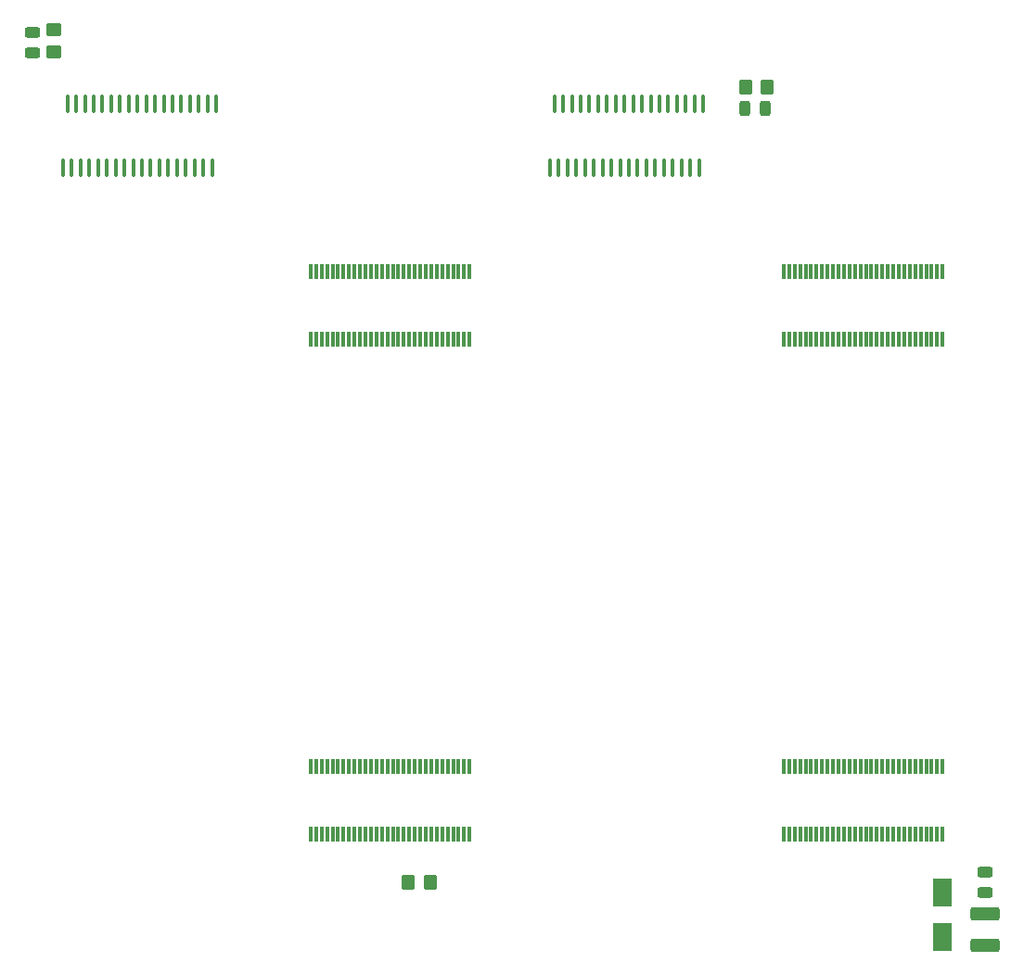
<source format=gbr>
%TF.GenerationSoftware,KiCad,Pcbnew,7.0.5.1-1-g8f565ef7f0-dirty-deb11*%
%TF.CreationDate,2023-07-22T00:16:10+00:00*%
%TF.ProjectId,MPPB01,4d505042-3031-42e6-9b69-6361645f7063,**%
%TF.SameCoordinates,Original*%
%TF.FileFunction,Paste,Bot*%
%TF.FilePolarity,Positive*%
%FSLAX46Y46*%
G04 Gerber Fmt 4.6, Leading zero omitted, Abs format (unit mm)*
G04 Created by KiCad (PCBNEW 7.0.5.1-1-g8f565ef7f0-dirty-deb11) date 2023-07-22 00:16:10*
%MOMM*%
%LPD*%
G01*
G04 APERTURE LIST*
G04 Aperture macros list*
%AMRoundRect*
0 Rectangle with rounded corners*
0 $1 Rounding radius*
0 $2 $3 $4 $5 $6 $7 $8 $9 X,Y pos of 4 corners*
0 Add a 4 corners polygon primitive as box body*
4,1,4,$2,$3,$4,$5,$6,$7,$8,$9,$2,$3,0*
0 Add four circle primitives for the rounded corners*
1,1,$1+$1,$2,$3*
1,1,$1+$1,$4,$5*
1,1,$1+$1,$6,$7*
1,1,$1+$1,$8,$9*
0 Add four rect primitives between the rounded corners*
20,1,$1+$1,$2,$3,$4,$5,0*
20,1,$1+$1,$4,$5,$6,$7,0*
20,1,$1+$1,$6,$7,$8,$9,0*
20,1,$1+$1,$8,$9,$2,$3,0*%
G04 Aperture macros list end*
%ADD10R,0.304800X1.447800*%
%ADD11O,0.350000X1.800000*%
%ADD12RoundRect,0.243750X0.456250X-0.243750X0.456250X0.243750X-0.456250X0.243750X-0.456250X-0.243750X0*%
%ADD13RoundRect,0.250000X-1.075000X0.375000X-1.075000X-0.375000X1.075000X-0.375000X1.075000X0.375000X0*%
%ADD14R,1.800000X2.500000*%
%ADD15RoundRect,0.243750X0.243750X0.456250X-0.243750X0.456250X-0.243750X-0.456250X0.243750X-0.456250X0*%
%ADD16RoundRect,0.243750X-0.456250X0.243750X-0.456250X-0.243750X0.456250X-0.243750X0.456250X0.243750X0*%
%ADD17RoundRect,0.250000X0.350000X0.450000X-0.350000X0.450000X-0.350000X-0.450000X0.350000X-0.450000X0*%
%ADD18RoundRect,0.250000X-0.450000X0.350000X-0.450000X-0.350000X0.450000X-0.350000X0.450000X0.350000X0*%
G04 APERTURE END LIST*
D10*
%TO.C,P1*%
X42179240Y65062100D03*
X42179240Y58889900D03*
X41678840Y65062100D03*
X41678840Y58889900D03*
X41178440Y65062100D03*
X41178440Y58889900D03*
X40678140Y65062100D03*
X40678140Y58889900D03*
X40177740Y65062100D03*
X40177740Y58889900D03*
X39677340Y65062100D03*
X39677340Y58889900D03*
X39176940Y65062100D03*
X39176940Y58889900D03*
X38676540Y65062100D03*
X38676540Y58889900D03*
X38176240Y65062100D03*
X38176240Y58889900D03*
X37675840Y65062100D03*
X37675840Y58889900D03*
X37175440Y65062100D03*
X37175440Y58889900D03*
X36675040Y65062100D03*
X36675040Y58889900D03*
X36174640Y65062100D03*
X36174640Y58889900D03*
X35674340Y65062100D03*
X35674340Y58889900D03*
X35173940Y65062100D03*
X35173940Y58889900D03*
X34673540Y65062100D03*
X34673540Y58889900D03*
X34173140Y65062100D03*
X34173140Y58889900D03*
X33672740Y65062100D03*
X33672740Y58889900D03*
X33172440Y65062100D03*
X33172440Y58889900D03*
X32672040Y65062100D03*
X32672040Y58889900D03*
X32171640Y65062100D03*
X32171640Y58889900D03*
X31671240Y65062100D03*
X31671240Y58889900D03*
X31170840Y65062100D03*
X31170840Y58889900D03*
X30670540Y65062100D03*
X30670540Y58889900D03*
X30170140Y65062100D03*
X30170140Y58889900D03*
X29669740Y65062100D03*
X29669740Y58889900D03*
X29169340Y65062100D03*
X29169340Y58889900D03*
X28668940Y65062100D03*
X28668940Y58889900D03*
X28168640Y65062100D03*
X28168640Y58889900D03*
X27668240Y65062100D03*
X27668240Y58889900D03*
%TD*%
%TO.C,P2*%
X85359240Y65062100D03*
X85359240Y58889900D03*
X84858840Y65062100D03*
X84858840Y58889900D03*
X84358440Y65062100D03*
X84358440Y58889900D03*
X83858140Y65062100D03*
X83858140Y58889900D03*
X83357740Y65062100D03*
X83357740Y58889900D03*
X82857340Y65062100D03*
X82857340Y58889900D03*
X82356940Y65062100D03*
X82356940Y58889900D03*
X81856540Y65062100D03*
X81856540Y58889900D03*
X81356240Y65062100D03*
X81356240Y58889900D03*
X80855840Y65062100D03*
X80855840Y58889900D03*
X80355440Y65062100D03*
X80355440Y58889900D03*
X79855040Y65062100D03*
X79855040Y58889900D03*
X79354640Y65062100D03*
X79354640Y58889900D03*
X78854340Y65062100D03*
X78854340Y58889900D03*
X78353940Y65062100D03*
X78353940Y58889900D03*
X77853540Y65062100D03*
X77853540Y58889900D03*
X77353140Y65062100D03*
X77353140Y58889900D03*
X76852740Y65062100D03*
X76852740Y58889900D03*
X76352440Y65062100D03*
X76352440Y58889900D03*
X75852040Y65062100D03*
X75852040Y58889900D03*
X75351640Y65062100D03*
X75351640Y58889900D03*
X74851240Y65062100D03*
X74851240Y58889900D03*
X74350840Y65062100D03*
X74350840Y58889900D03*
X73850540Y65062100D03*
X73850540Y58889900D03*
X73350140Y65062100D03*
X73350140Y58889900D03*
X72849740Y65062100D03*
X72849740Y58889900D03*
X72349340Y65062100D03*
X72349340Y58889900D03*
X71848940Y65062100D03*
X71848940Y58889900D03*
X71348640Y65062100D03*
X71348640Y58889900D03*
X70848240Y65062100D03*
X70848240Y58889900D03*
%TD*%
%TO.C,P3*%
X42179240Y19850100D03*
X42179240Y13677900D03*
X41678840Y19850100D03*
X41678840Y13677900D03*
X41178440Y19850100D03*
X41178440Y13677900D03*
X40678140Y19850100D03*
X40678140Y13677900D03*
X40177740Y19850100D03*
X40177740Y13677900D03*
X39677340Y19850100D03*
X39677340Y13677900D03*
X39176940Y19850100D03*
X39176940Y13677900D03*
X38676540Y19850100D03*
X38676540Y13677900D03*
X38176240Y19850100D03*
X38176240Y13677900D03*
X37675840Y19850100D03*
X37675840Y13677900D03*
X37175440Y19850100D03*
X37175440Y13677900D03*
X36675040Y19850100D03*
X36675040Y13677900D03*
X36174640Y19850100D03*
X36174640Y13677900D03*
X35674340Y19850100D03*
X35674340Y13677900D03*
X35173940Y19850100D03*
X35173940Y13677900D03*
X34673540Y19850100D03*
X34673540Y13677900D03*
X34173140Y19850100D03*
X34173140Y13677900D03*
X33672740Y19850100D03*
X33672740Y13677900D03*
X33172440Y19850100D03*
X33172440Y13677900D03*
X32672040Y19850100D03*
X32672040Y13677900D03*
X32171640Y19850100D03*
X32171640Y13677900D03*
X31671240Y19850100D03*
X31671240Y13677900D03*
X31170840Y19850100D03*
X31170840Y13677900D03*
X30670540Y19850100D03*
X30670540Y13677900D03*
X30170140Y19850100D03*
X30170140Y13677900D03*
X29669740Y19850100D03*
X29669740Y13677900D03*
X29169340Y19850100D03*
X29169340Y13677900D03*
X28668940Y19850100D03*
X28668940Y13677900D03*
X28168640Y19850100D03*
X28168640Y13677900D03*
X27668240Y19850100D03*
X27668240Y13677900D03*
%TD*%
%TO.C,P4*%
X85359240Y19850100D03*
X85359240Y13677900D03*
X84858840Y19850100D03*
X84858840Y13677900D03*
X84358440Y19850100D03*
X84358440Y13677900D03*
X83858140Y19850100D03*
X83858140Y13677900D03*
X83357740Y19850100D03*
X83357740Y13677900D03*
X82857340Y19850100D03*
X82857340Y13677900D03*
X82356940Y19850100D03*
X82356940Y13677900D03*
X81856540Y19850100D03*
X81856540Y13677900D03*
X81356240Y19850100D03*
X81356240Y13677900D03*
X80855840Y19850100D03*
X80855840Y13677900D03*
X80355440Y19850100D03*
X80355440Y13677900D03*
X79855040Y19850100D03*
X79855040Y13677900D03*
X79354640Y19850100D03*
X79354640Y13677900D03*
X78854340Y19850100D03*
X78854340Y13677900D03*
X78353940Y19850100D03*
X78353940Y13677900D03*
X77853540Y19850100D03*
X77853540Y13677900D03*
X77353140Y19850100D03*
X77353140Y13677900D03*
X76852740Y19850100D03*
X76852740Y13677900D03*
X76352440Y19850100D03*
X76352440Y13677900D03*
X75852040Y19850100D03*
X75852040Y13677900D03*
X75351640Y19850100D03*
X75351640Y13677900D03*
X74851240Y19850100D03*
X74851240Y13677900D03*
X74350840Y19850100D03*
X74350840Y13677900D03*
X73850540Y19850100D03*
X73850540Y13677900D03*
X73350140Y19850100D03*
X73350140Y13677900D03*
X72849740Y19850100D03*
X72849740Y13677900D03*
X72349340Y19850100D03*
X72349340Y13677900D03*
X71848940Y19850100D03*
X71848940Y13677900D03*
X71348640Y19850100D03*
X71348640Y13677900D03*
X70848240Y19850100D03*
X70848240Y13677900D03*
%TD*%
D11*
%TO.C,P5*%
X49915000Y80369995D03*
X50715000Y80369995D03*
X51515000Y80369995D03*
X52315000Y80369995D03*
X53115000Y80369995D03*
X53915000Y80369995D03*
X54715000Y80369995D03*
X55515000Y80369995D03*
X56315000Y80369995D03*
X57115000Y80369995D03*
X57915000Y80369995D03*
X58715000Y80369995D03*
X59515000Y80369995D03*
X60315000Y80369995D03*
X61115000Y80369995D03*
X61915000Y80369995D03*
X62715000Y80369995D03*
X63515000Y80369995D03*
X49515000Y74559995D03*
X50315000Y74559995D03*
X51115000Y74559995D03*
X51915000Y74559995D03*
X52715000Y74559995D03*
X53515000Y74559995D03*
X54315000Y74559995D03*
X55115000Y74559995D03*
X55915000Y74559995D03*
X56715000Y74559995D03*
X57515000Y74559995D03*
X58315000Y74559995D03*
X59115000Y74559995D03*
X59915000Y74559995D03*
X60715000Y74559995D03*
X61515000Y74559995D03*
X62315000Y74559995D03*
X63115000Y74559995D03*
%TD*%
%TO.C,P6*%
X5465000Y80369995D03*
X6265000Y80369995D03*
X7065000Y80369995D03*
X7865000Y80369995D03*
X8665000Y80369995D03*
X9465000Y80369995D03*
X10265000Y80369995D03*
X11065000Y80369995D03*
X11865000Y80369995D03*
X12665000Y80369995D03*
X13465000Y80369995D03*
X14265000Y80369995D03*
X15065000Y80369995D03*
X15865000Y80369995D03*
X16665000Y80369995D03*
X17465000Y80369995D03*
X18265000Y80369995D03*
X19065000Y80369995D03*
X5065000Y74559995D03*
X5865000Y74559995D03*
X6665000Y74559995D03*
X7465000Y74559995D03*
X8265000Y74559995D03*
X9065000Y74559995D03*
X9865000Y74559995D03*
X10665000Y74559995D03*
X11465000Y74559995D03*
X12265000Y74559995D03*
X13065000Y74559995D03*
X13865000Y74559995D03*
X14665000Y74559995D03*
X15465000Y74559995D03*
X16265000Y74559995D03*
X17065000Y74559995D03*
X17865000Y74559995D03*
X18665000Y74559995D03*
%TD*%
D12*
%TO.C,C1*%
X89220000Y8302500D03*
X89220000Y10177500D03*
%TD*%
D13*
%TO.C,C2*%
X89220000Y6340000D03*
X89220000Y3540000D03*
%TD*%
D14*
%TO.C,D1*%
X85320000Y8290000D03*
X85320000Y4290000D03*
%TD*%
D15*
%TO.C,C3*%
X69135000Y79970000D03*
X67260000Y79970000D03*
%TD*%
D16*
%TO.C,C4*%
X2240000Y86910000D03*
X2240000Y85035000D03*
%TD*%
D17*
%TO.C,R1*%
X69370000Y81940000D03*
X67370000Y81940000D03*
%TD*%
D18*
%TO.C,R2*%
X4230000Y87140000D03*
X4230000Y85140000D03*
%TD*%
D17*
%TO.C,R3*%
X38570000Y9290000D03*
X36570000Y9290000D03*
%TD*%
M02*

</source>
